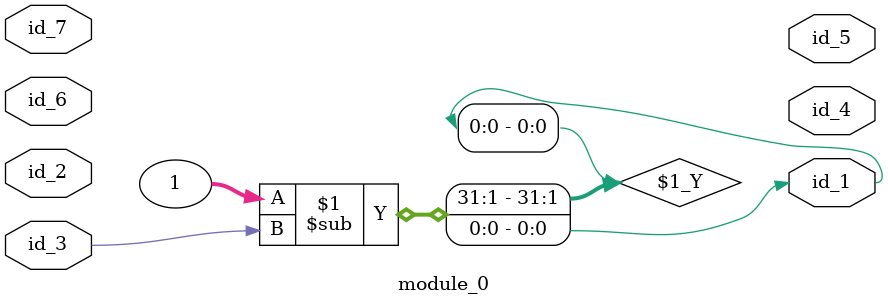
<source format=v>
module module_0 (
    id_1,
    id_2,
    id_3,
    id_4,
    id_5,
    id_6,
    id_7
);
  input id_7;
  inout id_6;
  output id_5;
  output id_4;
  inout id_3;
  inout id_2;
  output id_1;
  assign id_1 = 1 - id_3[1'b0];
endmodule

</source>
